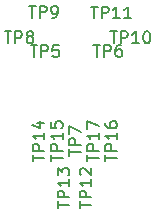
<source format=gbr>
%TF.GenerationSoftware,KiCad,Pcbnew,7.0.10*%
%TF.CreationDate,2024-07-01T11:26:27-04:00*%
%TF.ProjectId,PCB,5043422e-6b69-4636-9164-5f7063625858,rev?*%
%TF.SameCoordinates,Original*%
%TF.FileFunction,AssemblyDrawing,Top*%
%FSLAX46Y46*%
G04 Gerber Fmt 4.6, Leading zero omitted, Abs format (unit mm)*
G04 Created by KiCad (PCBNEW 7.0.10) date 2024-07-01 11:26:27*
%MOMM*%
%LPD*%
G01*
G04 APERTURE LIST*
%ADD10C,0.150000*%
G04 APERTURE END LIST*
D10*
X154293460Y-103663094D02*
X154293460Y-103091666D01*
X155293460Y-103377380D02*
X154293460Y-103377380D01*
X155293460Y-102758332D02*
X154293460Y-102758332D01*
X154293460Y-102758332D02*
X154293460Y-102377380D01*
X154293460Y-102377380D02*
X154341079Y-102282142D01*
X154341079Y-102282142D02*
X154388698Y-102234523D01*
X154388698Y-102234523D02*
X154483936Y-102186904D01*
X154483936Y-102186904D02*
X154626793Y-102186904D01*
X154626793Y-102186904D02*
X154722031Y-102234523D01*
X154722031Y-102234523D02*
X154769650Y-102282142D01*
X154769650Y-102282142D02*
X154817269Y-102377380D01*
X154817269Y-102377380D02*
X154817269Y-102758332D01*
X155293460Y-101234523D02*
X155293460Y-101805951D01*
X155293460Y-101520237D02*
X154293460Y-101520237D01*
X154293460Y-101520237D02*
X154436317Y-101615475D01*
X154436317Y-101615475D02*
X154531555Y-101710713D01*
X154531555Y-101710713D02*
X154579174Y-101805951D01*
X154293460Y-100901189D02*
X154293460Y-100234523D01*
X154293460Y-100234523D02*
X155293460Y-100663094D01*
X154838095Y-93804819D02*
X155409523Y-93804819D01*
X155123809Y-94804819D02*
X155123809Y-93804819D01*
X155742857Y-94804819D02*
X155742857Y-93804819D01*
X155742857Y-93804819D02*
X156123809Y-93804819D01*
X156123809Y-93804819D02*
X156219047Y-93852438D01*
X156219047Y-93852438D02*
X156266666Y-93900057D01*
X156266666Y-93900057D02*
X156314285Y-93995295D01*
X156314285Y-93995295D02*
X156314285Y-94138152D01*
X156314285Y-94138152D02*
X156266666Y-94233390D01*
X156266666Y-94233390D02*
X156219047Y-94281009D01*
X156219047Y-94281009D02*
X156123809Y-94328628D01*
X156123809Y-94328628D02*
X155742857Y-94328628D01*
X157171428Y-93804819D02*
X156980952Y-93804819D01*
X156980952Y-93804819D02*
X156885714Y-93852438D01*
X156885714Y-93852438D02*
X156838095Y-93900057D01*
X156838095Y-93900057D02*
X156742857Y-94042914D01*
X156742857Y-94042914D02*
X156695238Y-94233390D01*
X156695238Y-94233390D02*
X156695238Y-94614342D01*
X156695238Y-94614342D02*
X156742857Y-94709580D01*
X156742857Y-94709580D02*
X156790476Y-94757200D01*
X156790476Y-94757200D02*
X156885714Y-94804819D01*
X156885714Y-94804819D02*
X157076190Y-94804819D01*
X157076190Y-94804819D02*
X157171428Y-94757200D01*
X157171428Y-94757200D02*
X157219047Y-94709580D01*
X157219047Y-94709580D02*
X157266666Y-94614342D01*
X157266666Y-94614342D02*
X157266666Y-94376247D01*
X157266666Y-94376247D02*
X157219047Y-94281009D01*
X157219047Y-94281009D02*
X157171428Y-94233390D01*
X157171428Y-94233390D02*
X157076190Y-94185771D01*
X157076190Y-94185771D02*
X156885714Y-94185771D01*
X156885714Y-94185771D02*
X156790476Y-94233390D01*
X156790476Y-94233390D02*
X156742857Y-94281009D01*
X156742857Y-94281009D02*
X156695238Y-94376247D01*
X154636905Y-90554819D02*
X155208333Y-90554819D01*
X154922619Y-91554819D02*
X154922619Y-90554819D01*
X155541667Y-91554819D02*
X155541667Y-90554819D01*
X155541667Y-90554819D02*
X155922619Y-90554819D01*
X155922619Y-90554819D02*
X156017857Y-90602438D01*
X156017857Y-90602438D02*
X156065476Y-90650057D01*
X156065476Y-90650057D02*
X156113095Y-90745295D01*
X156113095Y-90745295D02*
X156113095Y-90888152D01*
X156113095Y-90888152D02*
X156065476Y-90983390D01*
X156065476Y-90983390D02*
X156017857Y-91031009D01*
X156017857Y-91031009D02*
X155922619Y-91078628D01*
X155922619Y-91078628D02*
X155541667Y-91078628D01*
X157065476Y-91554819D02*
X156494048Y-91554819D01*
X156779762Y-91554819D02*
X156779762Y-90554819D01*
X156779762Y-90554819D02*
X156684524Y-90697676D01*
X156684524Y-90697676D02*
X156589286Y-90792914D01*
X156589286Y-90792914D02*
X156494048Y-90840533D01*
X158017857Y-91554819D02*
X157446429Y-91554819D01*
X157732143Y-91554819D02*
X157732143Y-90554819D01*
X157732143Y-90554819D02*
X157636905Y-90697676D01*
X157636905Y-90697676D02*
X157541667Y-90792914D01*
X157541667Y-90792914D02*
X157446429Y-90840533D01*
X156261905Y-92654819D02*
X156833333Y-92654819D01*
X156547619Y-93654819D02*
X156547619Y-92654819D01*
X157166667Y-93654819D02*
X157166667Y-92654819D01*
X157166667Y-92654819D02*
X157547619Y-92654819D01*
X157547619Y-92654819D02*
X157642857Y-92702438D01*
X157642857Y-92702438D02*
X157690476Y-92750057D01*
X157690476Y-92750057D02*
X157738095Y-92845295D01*
X157738095Y-92845295D02*
X157738095Y-92988152D01*
X157738095Y-92988152D02*
X157690476Y-93083390D01*
X157690476Y-93083390D02*
X157642857Y-93131009D01*
X157642857Y-93131009D02*
X157547619Y-93178628D01*
X157547619Y-93178628D02*
X157166667Y-93178628D01*
X158690476Y-93654819D02*
X158119048Y-93654819D01*
X158404762Y-93654819D02*
X158404762Y-92654819D01*
X158404762Y-92654819D02*
X158309524Y-92797676D01*
X158309524Y-92797676D02*
X158214286Y-92892914D01*
X158214286Y-92892914D02*
X158119048Y-92940533D01*
X159309524Y-92654819D02*
X159404762Y-92654819D01*
X159404762Y-92654819D02*
X159500000Y-92702438D01*
X159500000Y-92702438D02*
X159547619Y-92750057D01*
X159547619Y-92750057D02*
X159595238Y-92845295D01*
X159595238Y-92845295D02*
X159642857Y-93035771D01*
X159642857Y-93035771D02*
X159642857Y-93273866D01*
X159642857Y-93273866D02*
X159595238Y-93464342D01*
X159595238Y-93464342D02*
X159547619Y-93559580D01*
X159547619Y-93559580D02*
X159500000Y-93607200D01*
X159500000Y-93607200D02*
X159404762Y-93654819D01*
X159404762Y-93654819D02*
X159309524Y-93654819D01*
X159309524Y-93654819D02*
X159214286Y-93607200D01*
X159214286Y-93607200D02*
X159166667Y-93559580D01*
X159166667Y-93559580D02*
X159119048Y-93464342D01*
X159119048Y-93464342D02*
X159071429Y-93273866D01*
X159071429Y-93273866D02*
X159071429Y-93035771D01*
X159071429Y-93035771D02*
X159119048Y-92845295D01*
X159119048Y-92845295D02*
X159166667Y-92750057D01*
X159166667Y-92750057D02*
X159214286Y-92702438D01*
X159214286Y-92702438D02*
X159309524Y-92654819D01*
X151220746Y-103663094D02*
X151220746Y-103091666D01*
X152220746Y-103377380D02*
X151220746Y-103377380D01*
X152220746Y-102758332D02*
X151220746Y-102758332D01*
X151220746Y-102758332D02*
X151220746Y-102377380D01*
X151220746Y-102377380D02*
X151268365Y-102282142D01*
X151268365Y-102282142D02*
X151315984Y-102234523D01*
X151315984Y-102234523D02*
X151411222Y-102186904D01*
X151411222Y-102186904D02*
X151554079Y-102186904D01*
X151554079Y-102186904D02*
X151649317Y-102234523D01*
X151649317Y-102234523D02*
X151696936Y-102282142D01*
X151696936Y-102282142D02*
X151744555Y-102377380D01*
X151744555Y-102377380D02*
X151744555Y-102758332D01*
X152220746Y-101234523D02*
X152220746Y-101805951D01*
X152220746Y-101520237D02*
X151220746Y-101520237D01*
X151220746Y-101520237D02*
X151363603Y-101615475D01*
X151363603Y-101615475D02*
X151458841Y-101710713D01*
X151458841Y-101710713D02*
X151506460Y-101805951D01*
X151220746Y-100329761D02*
X151220746Y-100805951D01*
X151220746Y-100805951D02*
X151696936Y-100853570D01*
X151696936Y-100853570D02*
X151649317Y-100805951D01*
X151649317Y-100805951D02*
X151601698Y-100710713D01*
X151601698Y-100710713D02*
X151601698Y-100472618D01*
X151601698Y-100472618D02*
X151649317Y-100377380D01*
X151649317Y-100377380D02*
X151696936Y-100329761D01*
X151696936Y-100329761D02*
X151792174Y-100282142D01*
X151792174Y-100282142D02*
X152030269Y-100282142D01*
X152030269Y-100282142D02*
X152125507Y-100329761D01*
X152125507Y-100329761D02*
X152173127Y-100377380D01*
X152173127Y-100377380D02*
X152220746Y-100472618D01*
X152220746Y-100472618D02*
X152220746Y-100710713D01*
X152220746Y-100710713D02*
X152173127Y-100805951D01*
X152173127Y-100805951D02*
X152125507Y-100853570D01*
X152757103Y-103186903D02*
X152757103Y-102615475D01*
X153757103Y-102901189D02*
X152757103Y-102901189D01*
X153757103Y-102282141D02*
X152757103Y-102282141D01*
X152757103Y-102282141D02*
X152757103Y-101901189D01*
X152757103Y-101901189D02*
X152804722Y-101805951D01*
X152804722Y-101805951D02*
X152852341Y-101758332D01*
X152852341Y-101758332D02*
X152947579Y-101710713D01*
X152947579Y-101710713D02*
X153090436Y-101710713D01*
X153090436Y-101710713D02*
X153185674Y-101758332D01*
X153185674Y-101758332D02*
X153233293Y-101805951D01*
X153233293Y-101805951D02*
X153280912Y-101901189D01*
X153280912Y-101901189D02*
X153280912Y-102282141D01*
X152757103Y-101377379D02*
X152757103Y-100710713D01*
X152757103Y-100710713D02*
X153757103Y-101139284D01*
X155829819Y-103663094D02*
X155829819Y-103091666D01*
X156829819Y-103377380D02*
X155829819Y-103377380D01*
X156829819Y-102758332D02*
X155829819Y-102758332D01*
X155829819Y-102758332D02*
X155829819Y-102377380D01*
X155829819Y-102377380D02*
X155877438Y-102282142D01*
X155877438Y-102282142D02*
X155925057Y-102234523D01*
X155925057Y-102234523D02*
X156020295Y-102186904D01*
X156020295Y-102186904D02*
X156163152Y-102186904D01*
X156163152Y-102186904D02*
X156258390Y-102234523D01*
X156258390Y-102234523D02*
X156306009Y-102282142D01*
X156306009Y-102282142D02*
X156353628Y-102377380D01*
X156353628Y-102377380D02*
X156353628Y-102758332D01*
X156829819Y-101234523D02*
X156829819Y-101805951D01*
X156829819Y-101520237D02*
X155829819Y-101520237D01*
X155829819Y-101520237D02*
X155972676Y-101615475D01*
X155972676Y-101615475D02*
X156067914Y-101710713D01*
X156067914Y-101710713D02*
X156115533Y-101805951D01*
X155829819Y-100377380D02*
X155829819Y-100567856D01*
X155829819Y-100567856D02*
X155877438Y-100663094D01*
X155877438Y-100663094D02*
X155925057Y-100710713D01*
X155925057Y-100710713D02*
X156067914Y-100805951D01*
X156067914Y-100805951D02*
X156258390Y-100853570D01*
X156258390Y-100853570D02*
X156639342Y-100853570D01*
X156639342Y-100853570D02*
X156734580Y-100805951D01*
X156734580Y-100805951D02*
X156782200Y-100758332D01*
X156782200Y-100758332D02*
X156829819Y-100663094D01*
X156829819Y-100663094D02*
X156829819Y-100472618D01*
X156829819Y-100472618D02*
X156782200Y-100377380D01*
X156782200Y-100377380D02*
X156734580Y-100329761D01*
X156734580Y-100329761D02*
X156639342Y-100282142D01*
X156639342Y-100282142D02*
X156401247Y-100282142D01*
X156401247Y-100282142D02*
X156306009Y-100329761D01*
X156306009Y-100329761D02*
X156258390Y-100377380D01*
X156258390Y-100377380D02*
X156210771Y-100472618D01*
X156210771Y-100472618D02*
X156210771Y-100663094D01*
X156210771Y-100663094D02*
X156258390Y-100758332D01*
X156258390Y-100758332D02*
X156306009Y-100805951D01*
X156306009Y-100805951D02*
X156401247Y-100853570D01*
X149684389Y-103663094D02*
X149684389Y-103091666D01*
X150684389Y-103377380D02*
X149684389Y-103377380D01*
X150684389Y-102758332D02*
X149684389Y-102758332D01*
X149684389Y-102758332D02*
X149684389Y-102377380D01*
X149684389Y-102377380D02*
X149732008Y-102282142D01*
X149732008Y-102282142D02*
X149779627Y-102234523D01*
X149779627Y-102234523D02*
X149874865Y-102186904D01*
X149874865Y-102186904D02*
X150017722Y-102186904D01*
X150017722Y-102186904D02*
X150112960Y-102234523D01*
X150112960Y-102234523D02*
X150160579Y-102282142D01*
X150160579Y-102282142D02*
X150208198Y-102377380D01*
X150208198Y-102377380D02*
X150208198Y-102758332D01*
X150684389Y-101234523D02*
X150684389Y-101805951D01*
X150684389Y-101520237D02*
X149684389Y-101520237D01*
X149684389Y-101520237D02*
X149827246Y-101615475D01*
X149827246Y-101615475D02*
X149922484Y-101710713D01*
X149922484Y-101710713D02*
X149970103Y-101805951D01*
X150017722Y-100377380D02*
X150684389Y-100377380D01*
X149636770Y-100615475D02*
X150351055Y-100853570D01*
X150351055Y-100853570D02*
X150351055Y-100234523D01*
X149388095Y-90529819D02*
X149959523Y-90529819D01*
X149673809Y-91529819D02*
X149673809Y-90529819D01*
X150292857Y-91529819D02*
X150292857Y-90529819D01*
X150292857Y-90529819D02*
X150673809Y-90529819D01*
X150673809Y-90529819D02*
X150769047Y-90577438D01*
X150769047Y-90577438D02*
X150816666Y-90625057D01*
X150816666Y-90625057D02*
X150864285Y-90720295D01*
X150864285Y-90720295D02*
X150864285Y-90863152D01*
X150864285Y-90863152D02*
X150816666Y-90958390D01*
X150816666Y-90958390D02*
X150769047Y-91006009D01*
X150769047Y-91006009D02*
X150673809Y-91053628D01*
X150673809Y-91053628D02*
X150292857Y-91053628D01*
X151340476Y-91529819D02*
X151530952Y-91529819D01*
X151530952Y-91529819D02*
X151626190Y-91482200D01*
X151626190Y-91482200D02*
X151673809Y-91434580D01*
X151673809Y-91434580D02*
X151769047Y-91291723D01*
X151769047Y-91291723D02*
X151816666Y-91101247D01*
X151816666Y-91101247D02*
X151816666Y-90720295D01*
X151816666Y-90720295D02*
X151769047Y-90625057D01*
X151769047Y-90625057D02*
X151721428Y-90577438D01*
X151721428Y-90577438D02*
X151626190Y-90529819D01*
X151626190Y-90529819D02*
X151435714Y-90529819D01*
X151435714Y-90529819D02*
X151340476Y-90577438D01*
X151340476Y-90577438D02*
X151292857Y-90625057D01*
X151292857Y-90625057D02*
X151245238Y-90720295D01*
X151245238Y-90720295D02*
X151245238Y-90958390D01*
X151245238Y-90958390D02*
X151292857Y-91053628D01*
X151292857Y-91053628D02*
X151340476Y-91101247D01*
X151340476Y-91101247D02*
X151435714Y-91148866D01*
X151435714Y-91148866D02*
X151626190Y-91148866D01*
X151626190Y-91148866D02*
X151721428Y-91101247D01*
X151721428Y-91101247D02*
X151769047Y-91053628D01*
X151769047Y-91053628D02*
X151816666Y-90958390D01*
X153659389Y-107613094D02*
X153659389Y-107041666D01*
X154659389Y-107327380D02*
X153659389Y-107327380D01*
X154659389Y-106708332D02*
X153659389Y-106708332D01*
X153659389Y-106708332D02*
X153659389Y-106327380D01*
X153659389Y-106327380D02*
X153707008Y-106232142D01*
X153707008Y-106232142D02*
X153754627Y-106184523D01*
X153754627Y-106184523D02*
X153849865Y-106136904D01*
X153849865Y-106136904D02*
X153992722Y-106136904D01*
X153992722Y-106136904D02*
X154087960Y-106184523D01*
X154087960Y-106184523D02*
X154135579Y-106232142D01*
X154135579Y-106232142D02*
X154183198Y-106327380D01*
X154183198Y-106327380D02*
X154183198Y-106708332D01*
X154659389Y-105184523D02*
X154659389Y-105755951D01*
X154659389Y-105470237D02*
X153659389Y-105470237D01*
X153659389Y-105470237D02*
X153802246Y-105565475D01*
X153802246Y-105565475D02*
X153897484Y-105660713D01*
X153897484Y-105660713D02*
X153945103Y-105755951D01*
X153754627Y-104803570D02*
X153707008Y-104755951D01*
X153707008Y-104755951D02*
X153659389Y-104660713D01*
X153659389Y-104660713D02*
X153659389Y-104422618D01*
X153659389Y-104422618D02*
X153707008Y-104327380D01*
X153707008Y-104327380D02*
X153754627Y-104279761D01*
X153754627Y-104279761D02*
X153849865Y-104232142D01*
X153849865Y-104232142D02*
X153945103Y-104232142D01*
X153945103Y-104232142D02*
X154087960Y-104279761D01*
X154087960Y-104279761D02*
X154659389Y-104851189D01*
X154659389Y-104851189D02*
X154659389Y-104232142D01*
X151809389Y-107613094D02*
X151809389Y-107041666D01*
X152809389Y-107327380D02*
X151809389Y-107327380D01*
X152809389Y-106708332D02*
X151809389Y-106708332D01*
X151809389Y-106708332D02*
X151809389Y-106327380D01*
X151809389Y-106327380D02*
X151857008Y-106232142D01*
X151857008Y-106232142D02*
X151904627Y-106184523D01*
X151904627Y-106184523D02*
X151999865Y-106136904D01*
X151999865Y-106136904D02*
X152142722Y-106136904D01*
X152142722Y-106136904D02*
X152237960Y-106184523D01*
X152237960Y-106184523D02*
X152285579Y-106232142D01*
X152285579Y-106232142D02*
X152333198Y-106327380D01*
X152333198Y-106327380D02*
X152333198Y-106708332D01*
X152809389Y-105184523D02*
X152809389Y-105755951D01*
X152809389Y-105470237D02*
X151809389Y-105470237D01*
X151809389Y-105470237D02*
X151952246Y-105565475D01*
X151952246Y-105565475D02*
X152047484Y-105660713D01*
X152047484Y-105660713D02*
X152095103Y-105755951D01*
X151809389Y-104851189D02*
X151809389Y-104232142D01*
X151809389Y-104232142D02*
X152190341Y-104565475D01*
X152190341Y-104565475D02*
X152190341Y-104422618D01*
X152190341Y-104422618D02*
X152237960Y-104327380D01*
X152237960Y-104327380D02*
X152285579Y-104279761D01*
X152285579Y-104279761D02*
X152380817Y-104232142D01*
X152380817Y-104232142D02*
X152618912Y-104232142D01*
X152618912Y-104232142D02*
X152714150Y-104279761D01*
X152714150Y-104279761D02*
X152761770Y-104327380D01*
X152761770Y-104327380D02*
X152809389Y-104422618D01*
X152809389Y-104422618D02*
X152809389Y-104708332D01*
X152809389Y-104708332D02*
X152761770Y-104803570D01*
X152761770Y-104803570D02*
X152714150Y-104851189D01*
X149513095Y-93829819D02*
X150084523Y-93829819D01*
X149798809Y-94829819D02*
X149798809Y-93829819D01*
X150417857Y-94829819D02*
X150417857Y-93829819D01*
X150417857Y-93829819D02*
X150798809Y-93829819D01*
X150798809Y-93829819D02*
X150894047Y-93877438D01*
X150894047Y-93877438D02*
X150941666Y-93925057D01*
X150941666Y-93925057D02*
X150989285Y-94020295D01*
X150989285Y-94020295D02*
X150989285Y-94163152D01*
X150989285Y-94163152D02*
X150941666Y-94258390D01*
X150941666Y-94258390D02*
X150894047Y-94306009D01*
X150894047Y-94306009D02*
X150798809Y-94353628D01*
X150798809Y-94353628D02*
X150417857Y-94353628D01*
X151894047Y-93829819D02*
X151417857Y-93829819D01*
X151417857Y-93829819D02*
X151370238Y-94306009D01*
X151370238Y-94306009D02*
X151417857Y-94258390D01*
X151417857Y-94258390D02*
X151513095Y-94210771D01*
X151513095Y-94210771D02*
X151751190Y-94210771D01*
X151751190Y-94210771D02*
X151846428Y-94258390D01*
X151846428Y-94258390D02*
X151894047Y-94306009D01*
X151894047Y-94306009D02*
X151941666Y-94401247D01*
X151941666Y-94401247D02*
X151941666Y-94639342D01*
X151941666Y-94639342D02*
X151894047Y-94734580D01*
X151894047Y-94734580D02*
X151846428Y-94782200D01*
X151846428Y-94782200D02*
X151751190Y-94829819D01*
X151751190Y-94829819D02*
X151513095Y-94829819D01*
X151513095Y-94829819D02*
X151417857Y-94782200D01*
X151417857Y-94782200D02*
X151370238Y-94734580D01*
X147313095Y-92654819D02*
X147884523Y-92654819D01*
X147598809Y-93654819D02*
X147598809Y-92654819D01*
X148217857Y-93654819D02*
X148217857Y-92654819D01*
X148217857Y-92654819D02*
X148598809Y-92654819D01*
X148598809Y-92654819D02*
X148694047Y-92702438D01*
X148694047Y-92702438D02*
X148741666Y-92750057D01*
X148741666Y-92750057D02*
X148789285Y-92845295D01*
X148789285Y-92845295D02*
X148789285Y-92988152D01*
X148789285Y-92988152D02*
X148741666Y-93083390D01*
X148741666Y-93083390D02*
X148694047Y-93131009D01*
X148694047Y-93131009D02*
X148598809Y-93178628D01*
X148598809Y-93178628D02*
X148217857Y-93178628D01*
X149360714Y-93083390D02*
X149265476Y-93035771D01*
X149265476Y-93035771D02*
X149217857Y-92988152D01*
X149217857Y-92988152D02*
X149170238Y-92892914D01*
X149170238Y-92892914D02*
X149170238Y-92845295D01*
X149170238Y-92845295D02*
X149217857Y-92750057D01*
X149217857Y-92750057D02*
X149265476Y-92702438D01*
X149265476Y-92702438D02*
X149360714Y-92654819D01*
X149360714Y-92654819D02*
X149551190Y-92654819D01*
X149551190Y-92654819D02*
X149646428Y-92702438D01*
X149646428Y-92702438D02*
X149694047Y-92750057D01*
X149694047Y-92750057D02*
X149741666Y-92845295D01*
X149741666Y-92845295D02*
X149741666Y-92892914D01*
X149741666Y-92892914D02*
X149694047Y-92988152D01*
X149694047Y-92988152D02*
X149646428Y-93035771D01*
X149646428Y-93035771D02*
X149551190Y-93083390D01*
X149551190Y-93083390D02*
X149360714Y-93083390D01*
X149360714Y-93083390D02*
X149265476Y-93131009D01*
X149265476Y-93131009D02*
X149217857Y-93178628D01*
X149217857Y-93178628D02*
X149170238Y-93273866D01*
X149170238Y-93273866D02*
X149170238Y-93464342D01*
X149170238Y-93464342D02*
X149217857Y-93559580D01*
X149217857Y-93559580D02*
X149265476Y-93607200D01*
X149265476Y-93607200D02*
X149360714Y-93654819D01*
X149360714Y-93654819D02*
X149551190Y-93654819D01*
X149551190Y-93654819D02*
X149646428Y-93607200D01*
X149646428Y-93607200D02*
X149694047Y-93559580D01*
X149694047Y-93559580D02*
X149741666Y-93464342D01*
X149741666Y-93464342D02*
X149741666Y-93273866D01*
X149741666Y-93273866D02*
X149694047Y-93178628D01*
X149694047Y-93178628D02*
X149646428Y-93131009D01*
X149646428Y-93131009D02*
X149551190Y-93083390D01*
M02*

</source>
